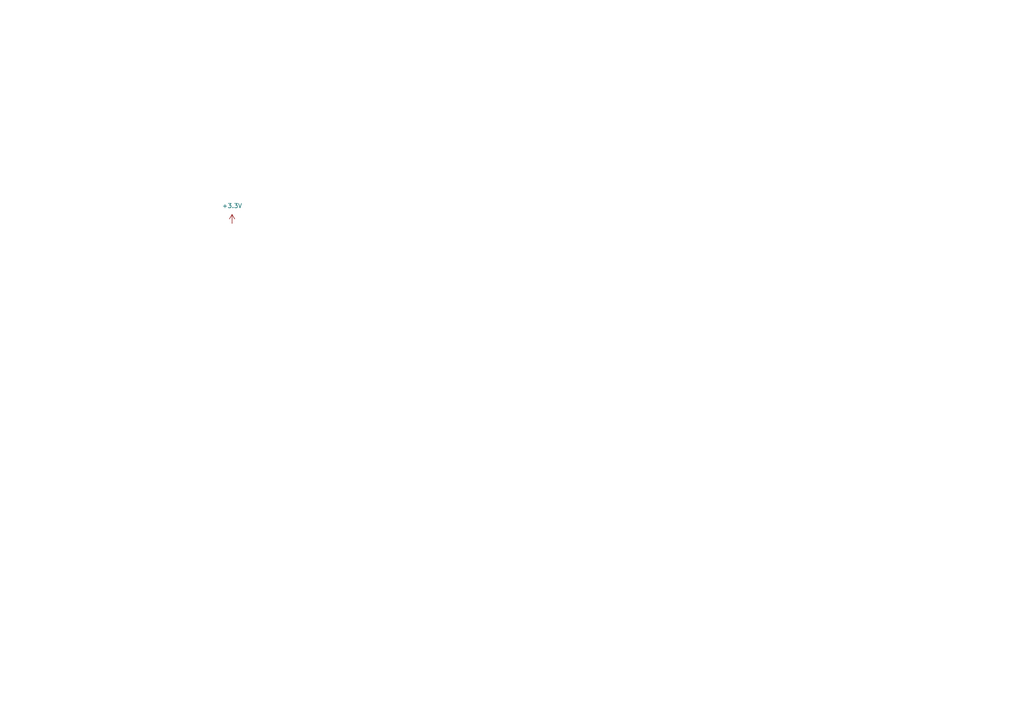
<source format=kicad_sch>
(kicad_sch (version 20231120) (generator "eeschema") (generator_version "8.0")
  (paper "A4")
  (lib_symbols
    (symbol "power:+3.3V" (power) (pin_numbers hide) (pin_names (offset 0) hide)
      (property "Value" "+3.3V" (at 0 3.556 0))
      (symbol "+3.3V_0_1"
        (polyline (pts (xy -0.762 1.27) (xy 0 2.54)))
        (polyline (pts (xy 0 0) (xy 0 2.54)))
        (polyline (pts (xy 0 2.54) (xy 0.762 1.27)))
      )
      (symbol "+3.3V_1_1"
        (pin power_in line (at 0 0 90) (length 0) (name "~") (number "1"))
      )
    )
  )
  (symbol (lib_id "power:+3.3V") (at 67.31 64.77 0) (unit 1)
    (property "Reference" "#PWR01" (effects (hide yes)))
    (property "Value" "+3.3V" (at 67.31 59.69 0))
    (property "Description" "Power symbol creates a global label with name \"+3.3V\"" (effects (hide yes)))
  )
)
</source>
